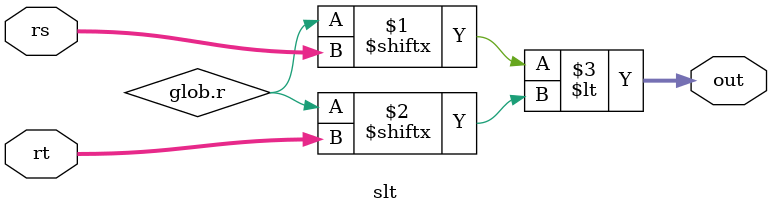
<source format=v>
module slt
(
	input	[4:0]	rs, rt,
	output	[31:0]	out
);

        assign out = glob.r[rs] < glob.r[rt];

endmodule
</source>
